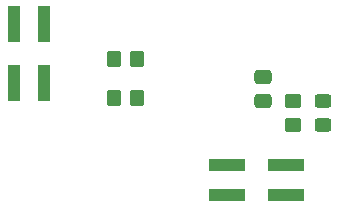
<source format=gtp>
%TF.GenerationSoftware,KiCad,Pcbnew,8.0.8*%
%TF.CreationDate,2025-04-18T18:46:17-04:00*%
%TF.ProjectId,sht40,73687434-302e-46b6-9963-61645f706362,rev?*%
%TF.SameCoordinates,Original*%
%TF.FileFunction,Paste,Top*%
%TF.FilePolarity,Positive*%
%FSLAX46Y46*%
G04 Gerber Fmt 4.6, Leading zero omitted, Abs format (unit mm)*
G04 Created by KiCad (PCBNEW 8.0.8) date 2025-04-18 18:46:17*
%MOMM*%
%LPD*%
G01*
G04 APERTURE LIST*
G04 Aperture macros list*
%AMRoundRect*
0 Rectangle with rounded corners*
0 $1 Rounding radius*
0 $2 $3 $4 $5 $6 $7 $8 $9 X,Y pos of 4 corners*
0 Add a 4 corners polygon primitive as box body*
4,1,4,$2,$3,$4,$5,$6,$7,$8,$9,$2,$3,0*
0 Add four circle primitives for the rounded corners*
1,1,$1+$1,$2,$3*
1,1,$1+$1,$4,$5*
1,1,$1+$1,$6,$7*
1,1,$1+$1,$8,$9*
0 Add four rect primitives between the rounded corners*
20,1,$1+$1,$2,$3,$4,$5,0*
20,1,$1+$1,$4,$5,$6,$7,0*
20,1,$1+$1,$6,$7,$8,$9,0*
20,1,$1+$1,$8,$9,$2,$3,0*%
G04 Aperture macros list end*
%ADD10R,1.000000X3.150000*%
%ADD11RoundRect,0.250000X0.450000X-0.350000X0.450000X0.350000X-0.450000X0.350000X-0.450000X-0.350000X0*%
%ADD12RoundRect,0.250000X0.350000X0.450000X-0.350000X0.450000X-0.350000X-0.450000X0.350000X-0.450000X0*%
%ADD13RoundRect,0.250000X-0.450000X0.325000X-0.450000X-0.325000X0.450000X-0.325000X0.450000X0.325000X0*%
%ADD14RoundRect,0.250000X0.475000X-0.337500X0.475000X0.337500X-0.475000X0.337500X-0.475000X-0.337500X0*%
%ADD15RoundRect,0.250000X-0.350000X-0.450000X0.350000X-0.450000X0.350000X0.450000X-0.350000X0.450000X0*%
%ADD16R,3.150000X1.000000*%
G04 APERTURE END LIST*
D10*
%TO.C,J2*%
X110460000Y-62525000D03*
X110460000Y-57475000D03*
X113000000Y-62525000D03*
X113000000Y-57475000D03*
%TD*%
D11*
%TO.C,R3*%
X134112000Y-66024000D03*
X134112000Y-64024000D03*
%TD*%
D12*
%TO.C,R1*%
X120888000Y-60452000D03*
X118888000Y-60452000D03*
%TD*%
D13*
%TO.C,D1*%
X136652000Y-63999000D03*
X136652000Y-66049000D03*
%TD*%
D14*
%TO.C,C3*%
X131572000Y-64029500D03*
X131572000Y-61954500D03*
%TD*%
D15*
%TO.C,R2*%
X118888000Y-63754000D03*
X120888000Y-63754000D03*
%TD*%
D16*
%TO.C,J1*%
X133525000Y-72000000D03*
X128475000Y-72000000D03*
X133525000Y-69460000D03*
X128475000Y-69460000D03*
%TD*%
M02*

</source>
